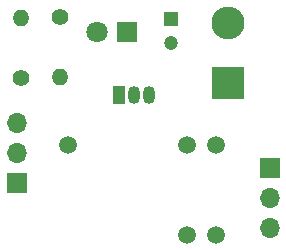
<source format=gbr>
%TF.GenerationSoftware,KiCad,Pcbnew,(5.1.12)-1*%
%TF.CreationDate,2023-08-22T21:21:53+05:30*%
%TF.ProjectId,SINGLE CHANNEL RELAY MODULE,53494e47-4c45-4204-9348-414e4e454c20,rev?*%
%TF.SameCoordinates,Original*%
%TF.FileFunction,Soldermask,Top*%
%TF.FilePolarity,Negative*%
%FSLAX46Y46*%
G04 Gerber Fmt 4.6, Leading zero omitted, Abs format (unit mm)*
G04 Created by KiCad (PCBNEW (5.1.12)-1) date 2023-08-22 21:21:53*
%MOMM*%
%LPD*%
G01*
G04 APERTURE LIST*
%ADD10O,2.800000X2.800000*%
%ADD11R,2.800000X2.800000*%
%ADD12C,1.200000*%
%ADD13R,1.200000X1.200000*%
%ADD14O,1.400000X1.400000*%
%ADD15C,1.400000*%
%ADD16R,1.050000X1.500000*%
%ADD17O,1.050000X1.500000*%
%ADD18C,1.508000*%
%ADD19O,1.700000X1.700000*%
%ADD20R,1.700000X1.700000*%
%ADD21C,1.800000*%
%ADD22R,1.800000X1.800000*%
G04 APERTURE END LIST*
D10*
%TO.C,D2*%
X160880000Y-77450000D03*
D11*
X160880000Y-82530000D03*
%TD*%
D12*
%TO.C,C1*%
X156020000Y-79140000D03*
D13*
X156020000Y-77140000D03*
%TD*%
D14*
%TO.C,R2*%
X143350000Y-77070000D03*
D15*
X143350000Y-82150000D03*
%TD*%
D14*
%TO.C,R1*%
X146690000Y-82050000D03*
D15*
X146690000Y-76970000D03*
%TD*%
D16*
%TO.C,Q1*%
X151660000Y-83600000D03*
D17*
X154200000Y-83600000D03*
X152930000Y-83600000D03*
%TD*%
D18*
%TO.C,K1*%
X159890000Y-95440000D03*
X157390000Y-95440000D03*
X159890000Y-87840000D03*
X157390000Y-87840000D03*
X147290000Y-87840000D03*
%TD*%
D19*
%TO.C,J2*%
X164390000Y-94820000D03*
X164390000Y-92280000D03*
D20*
X164390000Y-89740000D03*
%TD*%
D19*
%TO.C,J1*%
X143000000Y-85920000D03*
X143000000Y-88460000D03*
D20*
X143000000Y-91000000D03*
%TD*%
D21*
%TO.C,D1*%
X149790000Y-78250000D03*
D22*
X152330000Y-78250000D03*
%TD*%
M02*

</source>
